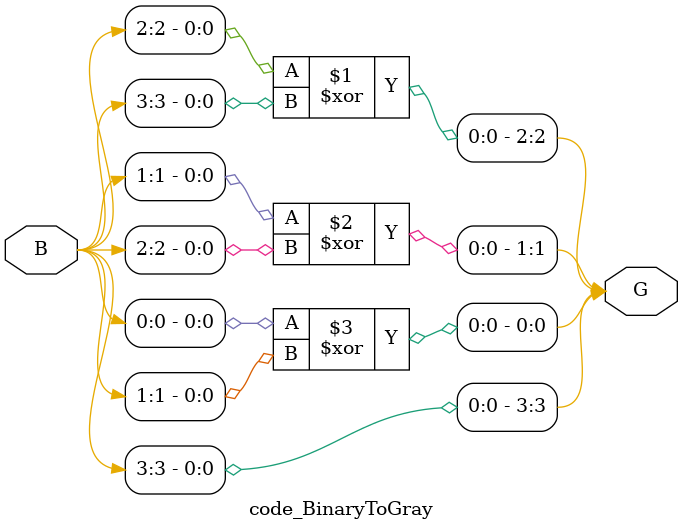
<source format=v>
`timescale 1ns / 1ps


module code_BinaryToGray(
    input [3:0] B,
    output [3:0] G
    );
    
    assign G[3] = B[3];
    assign G[2] = B[2] ^ B[3];
    assign G[1] = B[1] ^ B[2];
    assign G[0] = B[0] ^ B[1];
endmodule

</source>
